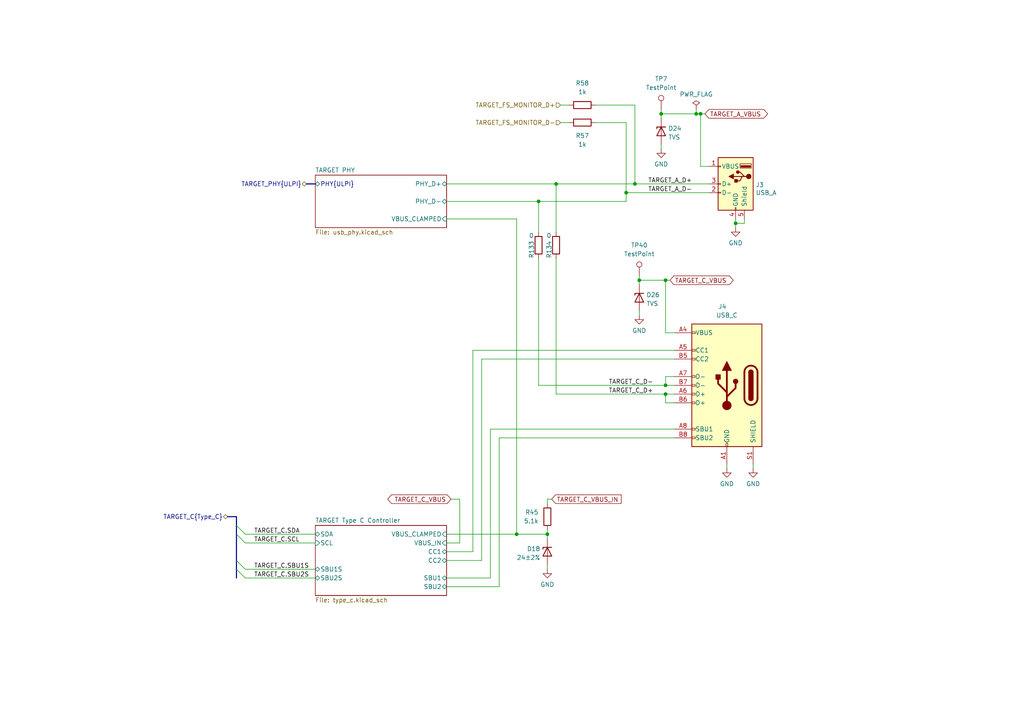
<source format=kicad_sch>
(kicad_sch
	(version 20231120)
	(generator "eeschema")
	(generator_version "8.0")
	(uuid "817e7746-4806-4849-bb5d-a339c82e50bc")
	(paper "A4")
	(title_block
		(title "${TITLE}")
		(date "${DATE}")
		(rev "${VERSION}")
		(company "${COPYRIGHT}")
		(comment 1 "${LICENSE}")
	)
	(lib_symbols
		(symbol "Connector:TestPoint"
			(pin_numbers hide)
			(pin_names
				(offset 0.762) hide)
			(exclude_from_sim no)
			(in_bom yes)
			(on_board yes)
			(property "Reference" "TP"
				(at 0 6.858 0)
				(effects
					(font
						(size 1.27 1.27)
					)
				)
			)
			(property "Value" "TestPoint"
				(at 0 5.08 0)
				(effects
					(font
						(size 1.27 1.27)
					)
				)
			)
			(property "Footprint" ""
				(at 5.08 0 0)
				(effects
					(font
						(size 1.27 1.27)
					)
					(hide yes)
				)
			)
			(property "Datasheet" "~"
				(at 5.08 0 0)
				(effects
					(font
						(size 1.27 1.27)
					)
					(hide yes)
				)
			)
			(property "Description" "test point"
				(at 0 0 0)
				(effects
					(font
						(size 1.27 1.27)
					)
					(hide yes)
				)
			)
			(property "ki_keywords" "test point tp"
				(at 0 0 0)
				(effects
					(font
						(size 1.27 1.27)
					)
					(hide yes)
				)
			)
			(property "ki_fp_filters" "Pin* Test*"
				(at 0 0 0)
				(effects
					(font
						(size 1.27 1.27)
					)
					(hide yes)
				)
			)
			(symbol "TestPoint_0_1"
				(circle
					(center 0 3.302)
					(radius 0.762)
					(stroke
						(width 0)
						(type default)
					)
					(fill
						(type none)
					)
				)
			)
			(symbol "TestPoint_1_1"
				(pin passive line
					(at 0 0 90)
					(length 2.54)
					(name "1"
						(effects
							(font
								(size 1.27 1.27)
							)
						)
					)
					(number "1"
						(effects
							(font
								(size 1.27 1.27)
							)
						)
					)
				)
			)
		)
		(symbol "Connector:USB_A"
			(pin_names
				(offset 1.016)
			)
			(exclude_from_sim no)
			(in_bom yes)
			(on_board yes)
			(property "Reference" "J"
				(at -5.08 11.43 0)
				(effects
					(font
						(size 1.27 1.27)
					)
					(justify left)
				)
			)
			(property "Value" "USB_A"
				(at -5.08 8.89 0)
				(effects
					(font
						(size 1.27 1.27)
					)
					(justify left)
				)
			)
			(property "Footprint" ""
				(at 3.81 -1.27 0)
				(effects
					(font
						(size 1.27 1.27)
					)
					(hide yes)
				)
			)
			(property "Datasheet" "~"
				(at 3.81 -1.27 0)
				(effects
					(font
						(size 1.27 1.27)
					)
					(hide yes)
				)
			)
			(property "Description" "USB Type A connector"
				(at 0 0 0)
				(effects
					(font
						(size 1.27 1.27)
					)
					(hide yes)
				)
			)
			(property "ki_keywords" "connector USB"
				(at 0 0 0)
				(effects
					(font
						(size 1.27 1.27)
					)
					(hide yes)
				)
			)
			(property "ki_fp_filters" "USB*"
				(at 0 0 0)
				(effects
					(font
						(size 1.27 1.27)
					)
					(hide yes)
				)
			)
			(symbol "USB_A_0_1"
				(rectangle
					(start -5.08 -7.62)
					(end 5.08 7.62)
					(stroke
						(width 0.254)
						(type default)
					)
					(fill
						(type background)
					)
				)
				(circle
					(center -3.81 2.159)
					(radius 0.635)
					(stroke
						(width 0.254)
						(type default)
					)
					(fill
						(type outline)
					)
				)
				(rectangle
					(start -1.524 4.826)
					(end -4.318 5.334)
					(stroke
						(width 0)
						(type default)
					)
					(fill
						(type outline)
					)
				)
				(rectangle
					(start -1.27 4.572)
					(end -4.572 5.842)
					(stroke
						(width 0)
						(type default)
					)
					(fill
						(type none)
					)
				)
				(circle
					(center -0.635 3.429)
					(radius 0.381)
					(stroke
						(width 0.254)
						(type default)
					)
					(fill
						(type outline)
					)
				)
				(rectangle
					(start -0.127 -7.62)
					(end 0.127 -6.858)
					(stroke
						(width 0)
						(type default)
					)
					(fill
						(type none)
					)
				)
				(polyline
					(pts
						(xy -3.175 2.159) (xy -2.54 2.159) (xy -1.27 3.429) (xy -0.635 3.429)
					)
					(stroke
						(width 0.254)
						(type default)
					)
					(fill
						(type none)
					)
				)
				(polyline
					(pts
						(xy -2.54 2.159) (xy -1.905 2.159) (xy -1.27 0.889) (xy 0 0.889)
					)
					(stroke
						(width 0.254)
						(type default)
					)
					(fill
						(type none)
					)
				)
				(polyline
					(pts
						(xy 0.635 2.794) (xy 0.635 1.524) (xy 1.905 2.159) (xy 0.635 2.794)
					)
					(stroke
						(width 0.254)
						(type default)
					)
					(fill
						(type outline)
					)
				)
				(rectangle
					(start 0.254 1.27)
					(end -0.508 0.508)
					(stroke
						(width 0.254)
						(type default)
					)
					(fill
						(type outline)
					)
				)
				(rectangle
					(start 5.08 -2.667)
					(end 4.318 -2.413)
					(stroke
						(width 0)
						(type default)
					)
					(fill
						(type none)
					)
				)
				(rectangle
					(start 5.08 -0.127)
					(end 4.318 0.127)
					(stroke
						(width 0)
						(type default)
					)
					(fill
						(type none)
					)
				)
				(rectangle
					(start 5.08 4.953)
					(end 4.318 5.207)
					(stroke
						(width 0)
						(type default)
					)
					(fill
						(type none)
					)
				)
			)
			(symbol "USB_A_1_1"
				(polyline
					(pts
						(xy -1.905 2.159) (xy 0.635 2.159)
					)
					(stroke
						(width 0.254)
						(type default)
					)
					(fill
						(type none)
					)
				)
				(pin power_in line
					(at 7.62 5.08 180)
					(length 2.54)
					(name "VBUS"
						(effects
							(font
								(size 1.27 1.27)
							)
						)
					)
					(number "1"
						(effects
							(font
								(size 1.27 1.27)
							)
						)
					)
				)
				(pin bidirectional line
					(at 7.62 -2.54 180)
					(length 2.54)
					(name "D-"
						(effects
							(font
								(size 1.27 1.27)
							)
						)
					)
					(number "2"
						(effects
							(font
								(size 1.27 1.27)
							)
						)
					)
				)
				(pin bidirectional line
					(at 7.62 0 180)
					(length 2.54)
					(name "D+"
						(effects
							(font
								(size 1.27 1.27)
							)
						)
					)
					(number "3"
						(effects
							(font
								(size 1.27 1.27)
							)
						)
					)
				)
				(pin power_in line
					(at 0 -10.16 90)
					(length 2.54)
					(name "GND"
						(effects
							(font
								(size 1.27 1.27)
							)
						)
					)
					(number "4"
						(effects
							(font
								(size 1.27 1.27)
							)
						)
					)
				)
				(pin passive line
					(at -2.54 -10.16 90)
					(length 2.54)
					(name "Shield"
						(effects
							(font
								(size 1.27 1.27)
							)
						)
					)
					(number "5"
						(effects
							(font
								(size 1.27 1.27)
							)
						)
					)
				)
			)
		)
		(symbol "Connector:USB_C_Receptacle_USB2.0"
			(pin_names
				(offset 1.016)
			)
			(exclude_from_sim no)
			(in_bom yes)
			(on_board yes)
			(property "Reference" "J"
				(at -10.16 19.05 0)
				(effects
					(font
						(size 1.27 1.27)
					)
					(justify left)
				)
			)
			(property "Value" "USB_C_Receptacle_USB2.0"
				(at 19.05 19.05 0)
				(effects
					(font
						(size 1.27 1.27)
					)
					(justify right)
				)
			)
			(property "Footprint" ""
				(at 3.81 0 0)
				(effects
					(font
						(size 1.27 1.27)
					)
					(hide yes)
				)
			)
			(property "Datasheet" "https://www.usb.org/sites/default/files/documents/usb_type-c.zip"
				(at 3.81 0 0)
				(effects
					(font
						(size 1.27 1.27)
					)
					(hide yes)
				)
			)
			(property "Description" "USB 2.0-only Type-C Receptacle connector"
				(at 0 0 0)
				(effects
					(font
						(size 1.27 1.27)
					)
					(hide yes)
				)
			)
			(property "ki_keywords" "usb universal serial bus type-C USB2.0"
				(at 0 0 0)
				(effects
					(font
						(size 1.27 1.27)
					)
					(hide yes)
				)
			)
			(property "ki_fp_filters" "USB*C*Receptacle*"
				(at 0 0 0)
				(effects
					(font
						(size 1.27 1.27)
					)
					(hide yes)
				)
			)
			(symbol "USB_C_Receptacle_USB2.0_0_0"
				(rectangle
					(start -0.254 -17.78)
					(end 0.254 -16.764)
					(stroke
						(width 0)
						(type default)
					)
					(fill
						(type none)
					)
				)
				(rectangle
					(start 10.16 -14.986)
					(end 9.144 -15.494)
					(stroke
						(width 0)
						(type default)
					)
					(fill
						(type none)
					)
				)
				(rectangle
					(start 10.16 -12.446)
					(end 9.144 -12.954)
					(stroke
						(width 0)
						(type default)
					)
					(fill
						(type none)
					)
				)
				(rectangle
					(start 10.16 -4.826)
					(end 9.144 -5.334)
					(stroke
						(width 0)
						(type default)
					)
					(fill
						(type none)
					)
				)
				(rectangle
					(start 10.16 -2.286)
					(end 9.144 -2.794)
					(stroke
						(width 0)
						(type default)
					)
					(fill
						(type none)
					)
				)
				(rectangle
					(start 10.16 0.254)
					(end 9.144 -0.254)
					(stroke
						(width 0)
						(type default)
					)
					(fill
						(type none)
					)
				)
				(rectangle
					(start 10.16 2.794)
					(end 9.144 2.286)
					(stroke
						(width 0)
						(type default)
					)
					(fill
						(type none)
					)
				)
				(rectangle
					(start 10.16 7.874)
					(end 9.144 7.366)
					(stroke
						(width 0)
						(type default)
					)
					(fill
						(type none)
					)
				)
				(rectangle
					(start 10.16 10.414)
					(end 9.144 9.906)
					(stroke
						(width 0)
						(type default)
					)
					(fill
						(type none)
					)
				)
				(rectangle
					(start 10.16 15.494)
					(end 9.144 14.986)
					(stroke
						(width 0)
						(type default)
					)
					(fill
						(type none)
					)
				)
			)
			(symbol "USB_C_Receptacle_USB2.0_0_1"
				(rectangle
					(start -10.16 17.78)
					(end 10.16 -17.78)
					(stroke
						(width 0.254)
						(type default)
					)
					(fill
						(type background)
					)
				)
				(arc
					(start -8.89 -3.81)
					(mid -6.985 -5.7067)
					(end -5.08 -3.81)
					(stroke
						(width 0.508)
						(type default)
					)
					(fill
						(type none)
					)
				)
				(arc
					(start -7.62 -3.81)
					(mid -6.985 -4.4423)
					(end -6.35 -3.81)
					(stroke
						(width 0.254)
						(type default)
					)
					(fill
						(type none)
					)
				)
				(arc
					(start -7.62 -3.81)
					(mid -6.985 -4.4423)
					(end -6.35 -3.81)
					(stroke
						(width 0.254)
						(type default)
					)
					(fill
						(type outline)
					)
				)
				(rectangle
					(start -7.62 -3.81)
					(end -6.35 3.81)
					(stroke
						(width 0.254)
						(type default)
					)
					(fill
						(type outline)
					)
				)
				(arc
					(start -6.35 3.81)
					(mid -6.985 4.4423)
					(end -7.62 3.81)
					(stroke
						(width 0.254)
						(type default)
					)
					(fill
						(type none)
					)
				)
				(arc
					(start -6.35 3.81)
					(mid -6.985 4.4423)
					(end -7.62 3.81)
					(stroke
						(width 0.254)
						(type default)
					)
					(fill
						(type outline)
					)
				)
				(arc
					(start -5.08 3.81)
					(mid -6.985 5.7067)
					(end -8.89 3.81)
					(stroke
						(width 0.508)
						(type default)
					)
					(fill
						(type none)
					)
				)
				(circle
					(center -2.54 1.143)
					(radius 0.635)
					(stroke
						(width 0.254)
						(type default)
					)
					(fill
						(type outline)
					)
				)
				(circle
					(center 0 -5.842)
					(radius 1.27)
					(stroke
						(width 0)
						(type default)
					)
					(fill
						(type outline)
					)
				)
				(polyline
					(pts
						(xy -8.89 -3.81) (xy -8.89 3.81)
					)
					(stroke
						(width 0.508)
						(type default)
					)
					(fill
						(type none)
					)
				)
				(polyline
					(pts
						(xy -5.08 3.81) (xy -5.08 -3.81)
					)
					(stroke
						(width 0.508)
						(type default)
					)
					(fill
						(type none)
					)
				)
				(polyline
					(pts
						(xy 0 -5.842) (xy 0 4.318)
					)
					(stroke
						(width 0.508)
						(type default)
					)
					(fill
						(type none)
					)
				)
				(polyline
					(pts
						(xy 0 -3.302) (xy -2.54 -0.762) (xy -2.54 0.508)
					)
					(stroke
						(width 0.508)
						(type default)
					)
					(fill
						(type none)
					)
				)
				(polyline
					(pts
						(xy 0 -2.032) (xy 2.54 0.508) (xy 2.54 1.778)
					)
					(stroke
						(width 0.508)
						(type default)
					)
					(fill
						(type none)
					)
				)
				(polyline
					(pts
						(xy -1.27 4.318) (xy 0 6.858) (xy 1.27 4.318) (xy -1.27 4.318)
					)
					(stroke
						(width 0.254)
						(type default)
					)
					(fill
						(type outline)
					)
				)
				(rectangle
					(start 1.905 1.778)
					(end 3.175 3.048)
					(stroke
						(width 0.254)
						(type default)
					)
					(fill
						(type outline)
					)
				)
			)
			(symbol "USB_C_Receptacle_USB2.0_1_1"
				(pin passive line
					(at 0 -22.86 90)
					(length 5.08)
					(name "GND"
						(effects
							(font
								(size 1.27 1.27)
							)
						)
					)
					(number "A1"
						(effects
							(font
								(size 1.27 1.27)
							)
						)
					)
				)
				(pin passive line
					(at 0 -22.86 90)
					(length 5.08) hide
					(name "GND"
						(effects
							(font
								(size 1.27 1.27)
							)
						)
					)
					(number "A12"
						(effects
							(font
								(size 1.27 1.27)
							)
						)
					)
				)
				(pin passive line
					(at 15.24 15.24 180)
					(length 5.08)
					(name "VBUS"
						(effects
							(font
								(size 1.27 1.27)
							)
						)
					)
					(number "A4"
						(effects
							(font
								(size 1.27 1.27)
							)
						)
					)
				)
				(pin bidirectional line
					(at 15.24 10.16 180)
					(length 5.08)
					(name "CC1"
						(effects
							(font
								(size 1.27 1.27)
							)
						)
					)
					(number "A5"
						(effects
							(font
								(size 1.27 1.27)
							)
						)
					)
				)
				(pin bidirectional line
					(at 15.24 -2.54 180)
					(length 5.08)
					(name "D+"
						(effects
							(font
								(size 1.27 1.27)
							)
						)
					)
					(number "A6"
						(effects
							(font
								(size 1.27 1.27)
							)
						)
					)
				)
				(pin bidirectional line
					(at 15.24 2.54 180)
					(length 5.08)
					(name "D-"
						(effects
							(font
								(size 1.27 1.27)
							)
						)
					)
					(number "A7"
						(effects
							(font
								(size 1.27 1.27)
							)
						)
					)
				)
				(pin bidirectional line
					(at 15.24 -12.7 180)
					(length 5.08)
					(name "SBU1"
						(effects
							(font
								(size 1.27 1.27)
							)
						)
					)
					(number "A8"
						(effects
							(font
								(size 1.27 1.27)
							)
						)
					)
				)
				(pin passive line
					(at 15.24 15.24 180)
					(length 5.08) hide
					(name "VBUS"
						(effects
							(font
								(size 1.27 1.27)
							)
						)
					)
					(number "A9"
						(effects
							(font
								(size 1.27 1.27)
							)
						)
					)
				)
				(pin passive line
					(at 0 -22.86 90)
					(length 5.08) hide
					(name "GND"
						(effects
							(font
								(size 1.27 1.27)
							)
						)
					)
					(number "B1"
						(effects
							(font
								(size 1.27 1.27)
							)
						)
					)
				)
				(pin passive line
					(at 0 -22.86 90)
					(length 5.08) hide
					(name "GND"
						(effects
							(font
								(size 1.27 1.27)
							)
						)
					)
					(number "B12"
						(effects
							(font
								(size 1.27 1.27)
							)
						)
					)
				)
				(pin passive line
					(at 15.24 15.24 180)
					(length 5.08) hide
					(name "VBUS"
						(effects
							(font
								(size 1.27 1.27)
							)
						)
					)
					(number "B4"
						(effects
							(font
								(size 1.27 1.27)
							)
						)
					)
				)
				(pin bidirectional line
					(at 15.24 7.62 180)
					(length 5.08)
					(name "CC2"
						(effects
							(font
								(size 1.27 1.27)
							)
						)
					)
					(number "B5"
						(effects
							(font
								(size 1.27 1.27)
							)
						)
					)
				)
				(pin bidirectional line
					(at 15.24 -5.08 180)
					(length 5.08)
					(name "D+"
						(effects
							(font
								(size 1.27 1.27)
							)
						)
					)
					(number "B6"
						(effects
							(font
								(size 1.27 1.27)
							)
						)
					)
				)
				(pin bidirectional line
					(at 15.24 0 180)
					(length 5.08)
					(name "D-"
						(effects
							(font
								(size 1.27 1.27)
							)
						)
					)
					(number "B7"
						(effects
							(font
								(size 1.27 1.27)
							)
						)
					)
				)
				(pin bidirectional line
					(at 15.24 -15.24 180)
					(length 5.08)
					(name "SBU2"
						(effects
							(font
								(size 1.27 1.27)
							)
						)
					)
					(number "B8"
						(effects
							(font
								(size 1.27 1.27)
							)
						)
					)
				)
				(pin passive line
					(at 15.24 15.24 180)
					(length 5.08) hide
					(name "VBUS"
						(effects
							(font
								(size 1.27 1.27)
							)
						)
					)
					(number "B9"
						(effects
							(font
								(size 1.27 1.27)
							)
						)
					)
				)
				(pin passive line
					(at -7.62 -22.86 90)
					(length 5.08)
					(name "SHIELD"
						(effects
							(font
								(size 1.27 1.27)
							)
						)
					)
					(number "S1"
						(effects
							(font
								(size 1.27 1.27)
							)
						)
					)
				)
			)
		)
		(symbol "Device:D_Zener"
			(pin_numbers hide)
			(pin_names
				(offset 1.016) hide)
			(exclude_from_sim no)
			(in_bom yes)
			(on_board yes)
			(property "Reference" "D"
				(at 0 2.54 0)
				(effects
					(font
						(size 1.27 1.27)
					)
				)
			)
			(property "Value" "D_Zener"
				(at 0 -2.54 0)
				(effects
					(font
						(size 1.27 1.27)
					)
				)
			)
			(property "Footprint" ""
				(at 0 0 0)
				(effects
					(font
						(size 1.27 1.27)
					)
					(hide yes)
				)
			)
			(property "Datasheet" "~"
				(at 0 0 0)
				(effects
					(font
						(size 1.27 1.27)
					)
					(hide yes)
				)
			)
			(property "Description" "Zener diode"
				(at 0 0 0)
				(effects
					(font
						(size 1.27 1.27)
					)
					(hide yes)
				)
			)
			(property "ki_keywords" "diode"
				(at 0 0 0)
				(effects
					(font
						(size 1.27 1.27)
					)
					(hide yes)
				)
			)
			(property "ki_fp_filters" "TO-???* *_Diode_* *SingleDiode* D_*"
				(at 0 0 0)
				(effects
					(font
						(size 1.27 1.27)
					)
					(hide yes)
				)
			)
			(symbol "D_Zener_0_1"
				(polyline
					(pts
						(xy 1.27 0) (xy -1.27 0)
					)
					(stroke
						(width 0)
						(type default)
					)
					(fill
						(type none)
					)
				)
				(polyline
					(pts
						(xy -1.27 -1.27) (xy -1.27 1.27) (xy -0.762 1.27)
					)
					(stroke
						(width 0.254)
						(type default)
					)
					(fill
						(type none)
					)
				)
				(polyline
					(pts
						(xy 1.27 -1.27) (xy 1.27 1.27) (xy -1.27 0) (xy 1.27 -1.27)
					)
					(stroke
						(width 0.254)
						(type default)
					)
					(fill
						(type none)
					)
				)
			)
			(symbol "D_Zener_1_1"
				(pin passive line
					(at -3.81 0 0)
					(length 2.54)
					(name "K"
						(effects
							(font
								(size 1.27 1.27)
							)
						)
					)
					(number "1"
						(effects
							(font
								(size 1.27 1.27)
							)
						)
					)
				)
				(pin passive line
					(at 3.81 0 180)
					(length 2.54)
					(name "A"
						(effects
							(font
								(size 1.27 1.27)
							)
						)
					)
					(number "2"
						(effects
							(font
								(size 1.27 1.27)
							)
						)
					)
				)
			)
		)
		(symbol "Device:R"
			(pin_numbers hide)
			(pin_names
				(offset 0)
			)
			(exclude_from_sim no)
			(in_bom yes)
			(on_board yes)
			(property "Reference" "R"
				(at 2.032 0 90)
				(effects
					(font
						(size 1.27 1.27)
					)
				)
			)
			(property "Value" "R"
				(at 0 0 90)
				(effects
					(font
						(size 1.27 1.27)
					)
				)
			)
			(property "Footprint" ""
				(at -1.778 0 90)
				(effects
					(font
						(size 1.27 1.27)
					)
					(hide yes)
				)
			)
			(property "Datasheet" "~"
				(at 0 0 0)
				(effects
					(font
						(size 1.27 1.27)
					)
					(hide yes)
				)
			)
			(property "Description" "Resistor"
				(at 0 0 0)
				(effects
					(font
						(size 1.27 1.27)
					)
					(hide yes)
				)
			)
			(property "ki_keywords" "R res resistor"
				(at 0 0 0)
				(effects
					(font
						(size 1.27 1.27)
					)
					(hide yes)
				)
			)
			(property "ki_fp_filters" "R_*"
				(at 0 0 0)
				(effects
					(font
						(size 1.27 1.27)
					)
					(hide yes)
				)
			)
			(symbol "R_0_1"
				(rectangle
					(start -1.016 -2.54)
					(end 1.016 2.54)
					(stroke
						(width 0.254)
						(type default)
					)
					(fill
						(type none)
					)
				)
			)
			(symbol "R_1_1"
				(pin passive line
					(at 0 3.81 270)
					(length 1.27)
					(name "~"
						(effects
							(font
								(size 1.27 1.27)
							)
						)
					)
					(number "1"
						(effects
							(font
								(size 1.27 1.27)
							)
						)
					)
				)
				(pin passive line
					(at 0 -3.81 90)
					(length 1.27)
					(name "~"
						(effects
							(font
								(size 1.27 1.27)
							)
						)
					)
					(number "2"
						(effects
							(font
								(size 1.27 1.27)
							)
						)
					)
				)
			)
		)
		(symbol "power:GND"
			(power)
			(pin_numbers hide)
			(pin_names
				(offset 0) hide)
			(exclude_from_sim no)
			(in_bom yes)
			(on_board yes)
			(property "Reference" "#PWR"
				(at 0 -6.35 0)
				(effects
					(font
						(size 1.27 1.27)
					)
					(hide yes)
				)
			)
			(property "Value" "GND"
				(at 0 -3.81 0)
				(effects
					(font
						(size 1.27 1.27)
					)
				)
			)
			(property "Footprint" ""
				(at 0 0 0)
				(effects
					(font
						(size 1.27 1.27)
					)
					(hide yes)
				)
			)
			(property "Datasheet" ""
				(at 0 0 0)
				(effects
					(font
						(size 1.27 1.27)
					)
					(hide yes)
				)
			)
			(property "Description" "Power symbol creates a global label with name \"GND\" , ground"
				(at 0 0 0)
				(effects
					(font
						(size 1.27 1.27)
					)
					(hide yes)
				)
			)
			(property "ki_keywords" "global power"
				(at 0 0 0)
				(effects
					(font
						(size 1.27 1.27)
					)
					(hide yes)
				)
			)
			(symbol "GND_0_1"
				(polyline
					(pts
						(xy 0 0) (xy 0 -1.27) (xy 1.27 -1.27) (xy 0 -2.54) (xy -1.27 -1.27) (xy 0 -1.27)
					)
					(stroke
						(width 0)
						(type default)
					)
					(fill
						(type none)
					)
				)
			)
			(symbol "GND_1_1"
				(pin power_in line
					(at 0 0 270)
					(length 0)
					(name "~"
						(effects
							(font
								(size 1.27 1.27)
							)
						)
					)
					(number "1"
						(effects
							(font
								(size 1.27 1.27)
							)
						)
					)
				)
			)
		)
		(symbol "power:PWR_FLAG"
			(power)
			(pin_numbers hide)
			(pin_names
				(offset 0) hide)
			(exclude_from_sim no)
			(in_bom yes)
			(on_board yes)
			(property "Reference" "#FLG"
				(at 0 1.905 0)
				(effects
					(font
						(size 1.27 1.27)
					)
					(hide yes)
				)
			)
			(property "Value" "PWR_FLAG"
				(at 0 3.81 0)
				(effects
					(font
						(size 1.27 1.27)
					)
				)
			)
			(property "Footprint" ""
				(at 0 0 0)
				(effects
					(font
						(size 1.27 1.27)
					)
					(hide yes)
				)
			)
			(property "Datasheet" "~"
				(at 0 0 0)
				(effects
					(font
						(size 1.27 1.27)
					)
					(hide yes)
				)
			)
			(property "Description" "Special symbol for telling ERC where power comes from"
				(at 0 0 0)
				(effects
					(font
						(size 1.27 1.27)
					)
					(hide yes)
				)
			)
			(property "ki_keywords" "flag power"
				(at 0 0 0)
				(effects
					(font
						(size 1.27 1.27)
					)
					(hide yes)
				)
			)
			(symbol "PWR_FLAG_0_0"
				(pin power_out line
					(at 0 0 90)
					(length 0)
					(name "~"
						(effects
							(font
								(size 1.27 1.27)
							)
						)
					)
					(number "1"
						(effects
							(font
								(size 1.27 1.27)
							)
						)
					)
				)
			)
			(symbol "PWR_FLAG_0_1"
				(polyline
					(pts
						(xy 0 0) (xy 0 1.27) (xy -1.016 1.905) (xy 0 2.54) (xy 1.016 1.905) (xy 0 1.27)
					)
					(stroke
						(width 0)
						(type default)
					)
					(fill
						(type none)
					)
				)
			)
		)
	)
	(junction
		(at 193.04 114.3)
		(diameter 0)
		(color 0 0 0 0)
		(uuid "1eb53194-731e-47f2-ac1e-24210dfab249")
	)
	(junction
		(at 158.75 154.94)
		(diameter 0)
		(color 0 0 0 0)
		(uuid "29d4ab9d-f63d-443c-8e9a-cbc444dba043")
	)
	(junction
		(at 191.77 33.02)
		(diameter 0)
		(color 0 0 0 0)
		(uuid "2f4a0d41-1c5d-4750-aa04-da8ec721076e")
	)
	(junction
		(at 193.04 111.76)
		(diameter 0)
		(color 0 0 0 0)
		(uuid "335fd35b-c5b5-47c4-8eb9-d6d87fb6077f")
	)
	(junction
		(at 156.21 58.42)
		(diameter 0)
		(color 0 0 0 0)
		(uuid "33faf9c0-929f-4728-95de-35f051aad42d")
	)
	(junction
		(at 161.29 53.34)
		(diameter 0)
		(color 0 0 0 0)
		(uuid "36c94c37-e43b-4d19-bdee-fc96e45fa2f1")
	)
	(junction
		(at 185.42 81.28)
		(diameter 0)
		(color 0 0 0 0)
		(uuid "458fa79e-5ee4-4f98-a3cf-a65b27c40c9d")
	)
	(junction
		(at 181.61 55.88)
		(diameter 0)
		(color 0 0 0 0)
		(uuid "47d67960-9cd5-4091-b301-660fb713fa8b")
	)
	(junction
		(at 184.15 53.34)
		(diameter 0)
		(color 0 0 0 0)
		(uuid "7374833e-b820-45b2-998e-31b309925642")
	)
	(junction
		(at 193.04 81.28)
		(diameter 0)
		(color 0 0 0 0)
		(uuid "86c37955-c372-4950-9451-a286f6339b9a")
	)
	(junction
		(at 203.2 33.02)
		(diameter 0)
		(color 0 0 0 0)
		(uuid "98ae5f96-e0d6-4fc2-80e1-aee9dfb30771")
	)
	(junction
		(at 201.93 33.02)
		(diameter 0)
		(color 0 0 0 0)
		(uuid "bfb6abb8-c742-4810-baa7-ac665060127f")
	)
	(junction
		(at 213.36 64.77)
		(diameter 0)
		(color 0 0 0 0)
		(uuid "d11d936e-a99b-4b53-8f2a-b587d5cc4053")
	)
	(junction
		(at 149.86 154.94)
		(diameter 0)
		(color 0 0 0 0)
		(uuid "f61917b6-38b2-4606-b836-34478723e39b")
	)
	(bus_entry
		(at 68.58 162.56)
		(size 2.54 2.54)
		(stroke
			(width 0)
			(type default)
		)
		(uuid "3068a3bf-753d-4246-9a7a-cbd55cb6b71e")
	)
	(bus_entry
		(at 68.58 152.4)
		(size 2.54 2.54)
		(stroke
			(width 0)
			(type default)
		)
		(uuid "651d3e39-0aa4-447f-aa4f-a265e3d60b05")
	)
	(bus_entry
		(at 68.58 154.94)
		(size 2.54 2.54)
		(stroke
			(width 0)
			(type default)
		)
		(uuid "9a162486-1cfc-42ef-b531-f70912dfdba3")
	)
	(bus_entry
		(at 68.58 165.1)
		(size 2.54 2.54)
		(stroke
			(width 0)
			(type default)
		)
		(uuid "d40283a1-b0cd-4ca2-9ffc-38769c728c62")
	)
	(wire
		(pts
			(xy 71.12 167.64) (xy 91.44 167.64)
		)
		(stroke
			(width 0)
			(type default)
		)
		(uuid "0536d9cd-ef08-4995-ace9-121d1d374433")
	)
	(wire
		(pts
			(xy 201.93 31.75) (xy 201.93 33.02)
		)
		(stroke
			(width 0)
			(type default)
		)
		(uuid "0da34ca0-aa48-47fb-b038-28386c3dcde6")
	)
	(wire
		(pts
			(xy 129.54 53.34) (xy 161.29 53.34)
		)
		(stroke
			(width 0)
			(type default)
		)
		(uuid "0f795ee4-3fdb-41f5-bff3-c855a35053f9")
	)
	(wire
		(pts
			(xy 181.61 58.42) (xy 181.61 55.88)
		)
		(stroke
			(width 0)
			(type default)
		)
		(uuid "12109f62-f6b6-44ec-802b-08efe67079f0")
	)
	(wire
		(pts
			(xy 193.04 81.28) (xy 194.31 81.28)
		)
		(stroke
			(width 0)
			(type default)
		)
		(uuid "1b7c2b5e-a59e-4bf8-ad4a-7f1f7d6f428e")
	)
	(wire
		(pts
			(xy 195.58 124.46) (xy 142.24 124.46)
		)
		(stroke
			(width 0)
			(type default)
		)
		(uuid "22ac3165-c24b-4d50-be49-6e91cd7f344f")
	)
	(wire
		(pts
			(xy 184.15 53.34) (xy 205.74 53.34)
		)
		(stroke
			(width 0)
			(type default)
		)
		(uuid "25c5a1c4-2349-428b-8af7-bc47df0553e1")
	)
	(wire
		(pts
			(xy 91.44 165.1) (xy 71.12 165.1)
		)
		(stroke
			(width 0)
			(type default)
		)
		(uuid "27dc9856-0580-4d3a-9d32-17586a90e403")
	)
	(wire
		(pts
			(xy 139.7 162.56) (xy 139.7 104.14)
		)
		(stroke
			(width 0)
			(type default)
		)
		(uuid "2866ec76-1cca-447e-ba0c-4317ab169b85")
	)
	(wire
		(pts
			(xy 165.1 30.48) (xy 162.56 30.48)
		)
		(stroke
			(width 0)
			(type default)
		)
		(uuid "291aeb4f-c826-4f39-a7e4-77cc7a9a97c9")
	)
	(bus
		(pts
			(xy 68.58 165.1) (xy 68.58 167.64)
		)
		(stroke
			(width 0)
			(type default)
		)
		(uuid "2c25fc69-522f-446d-9a52-f9061e6b554c")
	)
	(wire
		(pts
			(xy 149.86 63.5) (xy 149.86 154.94)
		)
		(stroke
			(width 0)
			(type default)
		)
		(uuid "304ffdd2-0a88-4546-a32b-58397e97a555")
	)
	(wire
		(pts
			(xy 193.04 114.3) (xy 193.04 116.84)
		)
		(stroke
			(width 0)
			(type default)
		)
		(uuid "3a991b01-1597-4926-a229-ba9aa37049d7")
	)
	(wire
		(pts
			(xy 195.58 96.52) (xy 193.04 96.52)
		)
		(stroke
			(width 0)
			(type default)
		)
		(uuid "3b39a823-661d-4363-bf77-a3e48b5c20b7")
	)
	(bus
		(pts
			(xy 68.58 152.4) (xy 68.58 154.94)
		)
		(stroke
			(width 0)
			(type default)
		)
		(uuid "3b869663-0f31-4fcc-8138-71dba412ac63")
	)
	(wire
		(pts
			(xy 129.54 167.64) (xy 142.24 167.64)
		)
		(stroke
			(width 0)
			(type default)
		)
		(uuid "3f099980-69bf-4c2c-9ebd-5d5929882665")
	)
	(wire
		(pts
			(xy 210.82 134.62) (xy 210.82 135.89)
		)
		(stroke
			(width 0)
			(type default)
		)
		(uuid "3fae8469-16ca-4c81-a198-35f02f4424eb")
	)
	(wire
		(pts
			(xy 156.21 58.42) (xy 181.61 58.42)
		)
		(stroke
			(width 0)
			(type default)
		)
		(uuid "3ffdce67-3ccf-461a-9496-e146a7c12655")
	)
	(wire
		(pts
			(xy 158.75 153.67) (xy 158.75 154.94)
		)
		(stroke
			(width 0)
			(type default)
		)
		(uuid "41a52084-bcc8-4c76-888f-0857a9c7fef4")
	)
	(wire
		(pts
			(xy 91.44 157.48) (xy 71.12 157.48)
		)
		(stroke
			(width 0)
			(type default)
		)
		(uuid "4269f68f-aed4-4da5-9049-e76664ca805e")
	)
	(wire
		(pts
			(xy 185.42 81.28) (xy 193.04 81.28)
		)
		(stroke
			(width 0)
			(type default)
		)
		(uuid "452b9dc7-cba1-4427-a945-7f6dd38b4990")
	)
	(wire
		(pts
			(xy 137.16 101.6) (xy 137.16 160.02)
		)
		(stroke
			(width 0)
			(type default)
		)
		(uuid "4c893ecd-758f-45ef-8f62-fbc7d519974b")
	)
	(bus
		(pts
			(xy 66.04 149.86) (xy 68.58 149.86)
		)
		(stroke
			(width 0)
			(type default)
		)
		(uuid "54328c83-7b58-4a07-8229-ab4dbe4895ba")
	)
	(wire
		(pts
			(xy 203.2 48.26) (xy 205.74 48.26)
		)
		(stroke
			(width 0)
			(type default)
		)
		(uuid "5fc29633-21ab-48db-843d-8ac6706f63b3")
	)
	(wire
		(pts
			(xy 201.93 33.02) (xy 191.77 33.02)
		)
		(stroke
			(width 0)
			(type default)
		)
		(uuid "65280d63-c88a-4414-897f-4ac2a5a17c55")
	)
	(wire
		(pts
			(xy 158.75 154.94) (xy 158.75 156.21)
		)
		(stroke
			(width 0)
			(type default)
		)
		(uuid "673559d5-f9de-40d5-b415-0695e0f8c92c")
	)
	(wire
		(pts
			(xy 139.7 162.56) (xy 129.54 162.56)
		)
		(stroke
			(width 0)
			(type default)
		)
		(uuid "6a3c7c1f-381e-401b-9b98-dd5cc61f6d66")
	)
	(wire
		(pts
			(xy 181.61 55.88) (xy 181.61 35.56)
		)
		(stroke
			(width 0)
			(type default)
		)
		(uuid "6ea8f72b-42b3-4d93-98d7-676f621bd107")
	)
	(wire
		(pts
			(xy 185.42 81.28) (xy 185.42 82.55)
		)
		(stroke
			(width 0)
			(type default)
		)
		(uuid "6ef8efcf-6b30-4052-bdcb-4fc4c0239799")
	)
	(wire
		(pts
			(xy 193.04 116.84) (xy 195.58 116.84)
		)
		(stroke
			(width 0)
			(type default)
		)
		(uuid "7267b034-69a5-43ce-8ab7-4acbe3e8146d")
	)
	(wire
		(pts
			(xy 215.9 64.77) (xy 215.9 63.5)
		)
		(stroke
			(width 0)
			(type default)
		)
		(uuid "743571ac-aa01-4682-ba1b-c11629e59e9e")
	)
	(wire
		(pts
			(xy 181.61 35.56) (xy 172.72 35.56)
		)
		(stroke
			(width 0)
			(type default)
		)
		(uuid "77a71daf-26b9-4de9-b5ef-ba82360d481d")
	)
	(wire
		(pts
			(xy 213.36 64.77) (xy 215.9 64.77)
		)
		(stroke
			(width 0)
			(type default)
		)
		(uuid "7b7056d0-18f1-4255-86a3-44a437f260c0")
	)
	(wire
		(pts
			(xy 191.77 31.75) (xy 191.77 33.02)
		)
		(stroke
			(width 0)
			(type default)
		)
		(uuid "7cb87edb-35cc-425e-9a0a-bb91e755507d")
	)
	(wire
		(pts
			(xy 158.75 144.78) (xy 160.02 144.78)
		)
		(stroke
			(width 0)
			(type default)
		)
		(uuid "7d845812-5953-4e48-91d8-e87cc30bfacb")
	)
	(wire
		(pts
			(xy 161.29 53.34) (xy 184.15 53.34)
		)
		(stroke
			(width 0)
			(type default)
		)
		(uuid "7ea9f86a-11ab-4f35-bfed-01e852f7c70c")
	)
	(wire
		(pts
			(xy 193.04 111.76) (xy 193.04 109.22)
		)
		(stroke
			(width 0)
			(type default)
		)
		(uuid "814ff9b8-5475-499a-9f36-1f6fd42084fe")
	)
	(bus
		(pts
			(xy 68.58 154.94) (xy 68.58 162.56)
		)
		(stroke
			(width 0)
			(type default)
		)
		(uuid "84440a09-70e3-4308-8be0-12409cab690e")
	)
	(wire
		(pts
			(xy 218.44 134.62) (xy 218.44 135.89)
		)
		(stroke
			(width 0)
			(type default)
		)
		(uuid "8992c89a-b785-4532-b100-b40d76bcea8e")
	)
	(wire
		(pts
			(xy 193.04 109.22) (xy 195.58 109.22)
		)
		(stroke
			(width 0)
			(type default)
		)
		(uuid "8deabcf8-e17d-4fc3-802d-535b17ea92f9")
	)
	(wire
		(pts
			(xy 158.75 163.83) (xy 158.75 165.1)
		)
		(stroke
			(width 0)
			(type default)
		)
		(uuid "8e328180-c076-4a8c-b94b-ce62ce7329c9")
	)
	(wire
		(pts
			(xy 191.77 33.02) (xy 191.77 34.29)
		)
		(stroke
			(width 0)
			(type default)
		)
		(uuid "94875bb8-63ab-469e-b825-c7fc9f53fc33")
	)
	(wire
		(pts
			(xy 142.24 167.64) (xy 142.24 124.46)
		)
		(stroke
			(width 0)
			(type default)
		)
		(uuid "97cb11fd-4b07-4581-bea6-53a8a0e1132f")
	)
	(wire
		(pts
			(xy 130.81 144.78) (xy 133.35 144.78)
		)
		(stroke
			(width 0)
			(type default)
		)
		(uuid "9fe34e5b-0ddb-4cf5-a175-f52d461138c5")
	)
	(wire
		(pts
			(xy 213.36 64.77) (xy 213.36 66.04)
		)
		(stroke
			(width 0)
			(type default)
		)
		(uuid "a021927a-69f3-4709-8de0-79356547fe44")
	)
	(wire
		(pts
			(xy 144.78 170.18) (xy 129.54 170.18)
		)
		(stroke
			(width 0)
			(type default)
		)
		(uuid "a27a1f70-f40a-4537-8d0c-bcfb608abd83")
	)
	(wire
		(pts
			(xy 133.35 157.48) (xy 133.35 144.78)
		)
		(stroke
			(width 0)
			(type default)
		)
		(uuid "a7661ffe-3c22-44b1-a070-e064c91cd60f")
	)
	(wire
		(pts
			(xy 156.21 111.76) (xy 193.04 111.76)
		)
		(stroke
			(width 0)
			(type default)
		)
		(uuid "ac9a164b-075d-404d-ba55-2eab5cd2701a")
	)
	(wire
		(pts
			(xy 129.54 160.02) (xy 137.16 160.02)
		)
		(stroke
			(width 0)
			(type default)
		)
		(uuid "aeac66c5-ef1a-4fc1-af99-c25d6900d4b8")
	)
	(wire
		(pts
			(xy 193.04 96.52) (xy 193.04 81.28)
		)
		(stroke
			(width 0)
			(type default)
		)
		(uuid "b07332a1-f5c2-4b5f-8108-6ac1be0ea2f4")
	)
	(wire
		(pts
			(xy 185.42 91.44) (xy 185.42 90.17)
		)
		(stroke
			(width 0)
			(type default)
		)
		(uuid "b2b3154c-41a5-4ba1-92cd-7f3513fd9521")
	)
	(bus
		(pts
			(xy 68.58 162.56) (xy 68.58 165.1)
		)
		(stroke
			(width 0)
			(type default)
		)
		(uuid "b44fb046-8f62-431c-b91f-f19a7fd88d10")
	)
	(wire
		(pts
			(xy 144.78 127) (xy 195.58 127)
		)
		(stroke
			(width 0)
			(type default)
		)
		(uuid "b540ea10-770c-4303-9784-3a6c481b0ca7")
	)
	(wire
		(pts
			(xy 193.04 114.3) (xy 161.29 114.3)
		)
		(stroke
			(width 0)
			(type default)
		)
		(uuid "b54b6dff-e3a9-49d9-8368-7d3d8620bba1")
	)
	(bus
		(pts
			(xy 68.58 149.86) (xy 68.58 152.4)
		)
		(stroke
			(width 0)
			(type default)
		)
		(uuid "b68dbccc-4316-4ab2-9f49-1770cdc5c911")
	)
	(wire
		(pts
			(xy 191.77 43.18) (xy 191.77 41.91)
		)
		(stroke
			(width 0)
			(type default)
		)
		(uuid "bc242cef-2a69-4b50-a676-e96d616c6d74")
	)
	(wire
		(pts
			(xy 195.58 111.76) (xy 193.04 111.76)
		)
		(stroke
			(width 0)
			(type default)
		)
		(uuid "c1a2a539-a3c9-44fb-80dc-d08dfde8a2f6")
	)
	(wire
		(pts
			(xy 184.15 53.34) (xy 184.15 30.48)
		)
		(stroke
			(width 0)
			(type default)
		)
		(uuid "c5912c03-e466-4f7b-9a62-1cbf1f56526c")
	)
	(wire
		(pts
			(xy 139.7 104.14) (xy 195.58 104.14)
		)
		(stroke
			(width 0)
			(type default)
		)
		(uuid "c62ef290-a55a-4768-acc4-164bf3817dd3")
	)
	(wire
		(pts
			(xy 156.21 67.31) (xy 156.21 58.42)
		)
		(stroke
			(width 0)
			(type default)
		)
		(uuid "d0f69e97-9ed4-48b9-a7ed-63391eba2a5b")
	)
	(wire
		(pts
			(xy 156.21 74.93) (xy 156.21 111.76)
		)
		(stroke
			(width 0)
			(type default)
		)
		(uuid "d30f3c6b-2251-4b52-b07c-cc4232ce06da")
	)
	(wire
		(pts
			(xy 203.2 33.02) (xy 203.2 48.26)
		)
		(stroke
			(width 0)
			(type default)
		)
		(uuid "d50ca189-1f77-4e66-9f3e-9635a438b085")
	)
	(wire
		(pts
			(xy 71.12 154.94) (xy 91.44 154.94)
		)
		(stroke
			(width 0)
			(type default)
		)
		(uuid "d9d2988c-6e35-4609-bfb4-76907872bca7")
	)
	(wire
		(pts
			(xy 149.86 154.94) (xy 129.54 154.94)
		)
		(stroke
			(width 0)
			(type default)
		)
		(uuid "da6c8306-e4f7-4768-a305-626525eab40b")
	)
	(wire
		(pts
			(xy 213.36 63.5) (xy 213.36 64.77)
		)
		(stroke
			(width 0)
			(type default)
		)
		(uuid "dc82e53a-724b-44f7-9dee-57ad0ee84358")
	)
	(wire
		(pts
			(xy 161.29 74.93) (xy 161.29 114.3)
		)
		(stroke
			(width 0)
			(type default)
		)
		(uuid "dd09d2b0-2d41-40ec-acdc-1cd731b83acd")
	)
	(wire
		(pts
			(xy 195.58 101.6) (xy 137.16 101.6)
		)
		(stroke
			(width 0)
			(type default)
		)
		(uuid "df66dba2-212a-4d68-bf7a-f4dedc36ffa1")
	)
	(wire
		(pts
			(xy 203.2 33.02) (xy 204.47 33.02)
		)
		(stroke
			(width 0)
			(type default)
		)
		(uuid "e19c4fbf-08ce-40f5-8cd7-a2e4fa78f534")
	)
	(bus
		(pts
			(xy 88.9 53.34) (xy 91.44 53.34)
		)
		(stroke
			(width 0)
			(type default)
		)
		(uuid "e545e8a1-b3b9-4e93-b63e-a5f184130f24")
	)
	(wire
		(pts
			(xy 129.54 58.42) (xy 156.21 58.42)
		)
		(stroke
			(width 0)
			(type default)
		)
		(uuid "e6bef9ea-decd-4010-9818-0159864bfdba")
	)
	(wire
		(pts
			(xy 203.2 33.02) (xy 201.93 33.02)
		)
		(stroke
			(width 0)
			(type default)
		)
		(uuid "eb19f27f-fb43-45d6-bbca-41af60063633")
	)
	(wire
		(pts
			(xy 144.78 170.18) (xy 144.78 127)
		)
		(stroke
			(width 0)
			(type default)
		)
		(uuid "ecc6f716-3ad7-4487-aff9-4b1e78da7c57")
	)
	(wire
		(pts
			(xy 195.58 114.3) (xy 193.04 114.3)
		)
		(stroke
			(width 0)
			(type default)
		)
		(uuid "ef624ef8-f7b6-4843-86f1-477499de4a5b")
	)
	(wire
		(pts
			(xy 181.61 55.88) (xy 205.74 55.88)
		)
		(stroke
			(width 0)
			(type default)
		)
		(uuid "eff08e44-fb47-4c7f-a83a-a52ea6e2d29b")
	)
	(wire
		(pts
			(xy 129.54 157.48) (xy 133.35 157.48)
		)
		(stroke
			(width 0)
			(type default)
		)
		(uuid "f33f8868-c26c-40c7-b5bf-86cf070a2c64")
	)
	(wire
		(pts
			(xy 158.75 146.05) (xy 158.75 144.78)
		)
		(stroke
			(width 0)
			(type default)
		)
		(uuid "f4566121-be39-4af2-8bb3-fb384a8d75aa")
	)
	(wire
		(pts
			(xy 184.15 30.48) (xy 172.72 30.48)
		)
		(stroke
			(width 0)
			(type default)
		)
		(uuid "f7f7b6ef-4038-4999-99c2-0fb3cc22edb1")
	)
	(wire
		(pts
			(xy 165.1 35.56) (xy 162.56 35.56)
		)
		(stroke
			(width 0)
			(type default)
		)
		(uuid "f8e59e59-1653-43aa-bd69-827279e20438")
	)
	(wire
		(pts
			(xy 161.29 67.31) (xy 161.29 53.34)
		)
		(stroke
			(width 0)
			(type default)
		)
		(uuid "f90c5551-1501-4a13-ad5b-88abfff9162d")
	)
	(wire
		(pts
			(xy 149.86 63.5) (xy 129.54 63.5)
		)
		(stroke
			(width 0)
			(type default)
		)
		(uuid "fda074d7-a292-47d4-b02a-25763bd2aba5")
	)
	(wire
		(pts
			(xy 185.42 80.01) (xy 185.42 81.28)
		)
		(stroke
			(width 0)
			(type default)
		)
		(uuid "fdb0b117-2135-410f-b45d-5f5a9c78eba2")
	)
	(wire
		(pts
			(xy 149.86 154.94) (xy 158.75 154.94)
		)
		(stroke
			(width 0)
			(type default)
		)
		(uuid "ff291d88-e4df-481d-9507-ae99fd828fe1")
	)
	(label "TARGET_C_D-"
		(at 176.53 111.76 0)
		(fields_autoplaced yes)
		(effects
			(font
				(size 1.27 1.27)
			)
			(justify left bottom)
		)
		(uuid "07cfee7f-0fb8-41f1-8791-64085579de44")
	)
	(label "TARGET_C.SDA"
		(at 73.66 154.94 0)
		(fields_autoplaced yes)
		(effects
			(font
				(size 1.27 1.27)
			)
			(justify left bottom)
		)
		(uuid "74b78b58-8415-4ae0-91f3-c3d6bfc21cbd")
	)
	(label "TARGET_C_D+"
		(at 176.53 114.3 0)
		(fields_autoplaced yes)
		(effects
			(font
				(size 1.27 1.27)
			)
			(justify left bottom)
		)
		(uuid "840b9e13-2e6f-41ae-9c6a-b135d1f83b54")
	)
	(label "TARGET_A_D-"
		(at 187.96 55.88 0)
		(fields_autoplaced yes)
		(effects
			(font
				(size 1.27 1.27)
			)
			(justify left bottom)
		)
		(uuid "91001889-f1da-46f4-ba6e-2cf4933bb2db")
	)
	(label "TARGET_C.SBU1S"
		(at 73.66 165.1 0)
		(fields_autoplaced yes)
		(effects
			(font
				(size 1.27 1.27)
			)
			(justify left bottom)
		)
		(uuid "b9219a76-2ee6-497d-93d7-f298d8904d9b")
	)
	(label "TARGET_C.SBU2S"
		(at 73.66 167.64 0)
		(fields_autoplaced yes)
		(effects
			(font
				(size 1.27 1.27)
			)
			(justify left bottom)
		)
		(uuid "c783dcc4-716f-473d-a3f8-22ba9c9cceba")
	)
	(label "TARGET_A_D+"
		(at 187.96 53.34 0)
		(fields_autoplaced yes)
		(effects
			(font
				(size 1.27 1.27)
			)
			(justify left bottom)
		)
		(uuid "da34557b-7c94-4150-b91f-b4ba9d8a8aa8")
	)
	(label "TARGET_C.SCL"
		(at 73.66 157.48 0)
		(fields_autoplaced yes)
		(effects
			(font
				(size 1.27 1.27)
			)
			(justify left bottom)
		)
		(uuid "df256ac1-e3a8-4d19-8840-97cb2bf2f6b7")
	)
	(global_label "TARGET_C_VBUS"
		(shape bidirectional)
		(at 194.31 81.28 0)
		(fields_autoplaced yes)
		(effects
			(font
				(size 1.27 1.27)
			)
			(justify left)
		)
		(uuid "3fcfc98c-35e8-4ac7-af49-135b2667f9b8")
		(property "Intersheetrefs" "${INTERSHEET_REFS}"
			(at 212.4101 81.28 0)
			(effects
				(font
					(size 1.27 1.27)
				)
				(justify left)
				(hide yes)
			)
		)
	)
	(global_label "TARGET_C_VBUS_IN"
		(shape input)
		(at 160.02 144.78 0)
		(fields_autoplaced yes)
		(effects
			(font
				(size 1.27 1.27)
			)
			(justify left)
		)
		(uuid "5907df85-7d26-4a17-9ecb-0a95d718ff00")
		(property "Intersheetrefs" "${INTERSHEET_REFS}"
			(at 180.0637 144.7006 0)
			(effects
				(font
					(size 1.27 1.27)
				)
				(justify left)
				(hide yes)
			)
		)
	)
	(global_label "TARGET_C_VBUS"
		(shape bidirectional)
		(at 130.81 144.78 180)
		(fields_autoplaced yes)
		(effects
			(font
				(size 1.27 1.27)
			)
			(justify right)
		)
		(uuid "ca30fb81-8d8a-498f-a17c-a676f888086b")
		(property "Intersheetrefs" "${INTERSHEET_REFS}"
			(at 112.7099 144.78 0)
			(effects
				(font
					(size 1.27 1.27)
				)
				(justify right)
				(hide yes)
			)
		)
	)
	(global_label "TARGET_A_VBUS"
		(shape bidirectional)
		(at 204.47 33.02 0)
		(fields_autoplaced yes)
		(effects
			(font
				(size 1.27 1.27)
			)
			(justify left)
		)
		(uuid "e52dde43-7bf2-4314-b40d-fb1dd8adcb8c")
		(property "Intersheetrefs" "${INTERSHEET_REFS}"
			(at 222.3887 33.02 0)
			(effects
				(font
					(size 1.27 1.27)
				)
				(justify left)
				(hide yes)
			)
		)
	)
	(hierarchical_label "TARGET_FS_MONITOR_D-"
		(shape input)
		(at 162.56 35.56 180)
		(fields_autoplaced yes)
		(effects
			(font
				(size 1.27 1.27)
			)
			(justify right)
		)
		(uuid "049410c2-dacc-419e-a1c0-d5dce27eb048")
	)
	(hierarchical_label "TARGET_FS_MONITOR_D+"
		(shape input)
		(at 162.56 30.48 180)
		(fields_autoplaced yes)
		(effects
			(font
				(size 1.27 1.27)
			)
			(justify right)
		)
		(uuid "8c7301b5-c782-4ca9-9456-5c51bb4e55cb")
	)
	(hierarchical_label "TARGET_C{Type_C}"
		(shape bidirectional)
		(at 66.04 149.86 180)
		(fields_autoplaced yes)
		(effects
			(font
				(size 1.27 1.27)
			)
			(justify right)
		)
		(uuid "daad13a3-19ef-48a7-82c5-dc6e31f754b7")
	)
	(hierarchical_label "TARGET_PHY{ULPI}"
		(shape bidirectional)
		(at 88.9 53.34 180)
		(fields_autoplaced yes)
		(effects
			(font
				(size 1.27 1.27)
			)
			(justify right)
		)
		(uuid "dcb7ee4a-a257-438b-b08a-b7805eaac443")
	)
	(symbol
		(lib_id "Device:R")
		(at 168.91 35.56 270)
		(unit 1)
		(exclude_from_sim no)
		(in_bom yes)
		(on_board yes)
		(dnp no)
		(fields_autoplaced yes)
		(uuid "08cd4616-9609-4556-96d4-51bd1c9e4c59")
		(property "Reference" "R57"
			(at 168.91 39.37 90)
			(effects
				(font
					(size 1.27 1.27)
				)
			)
		)
		(property "Value" "1k"
			(at 168.91 41.91 90)
			(effects
				(font
					(size 1.27 1.27)
				)
			)
		)
		(property "Footprint" "Resistor_SMD:R_0402_1005Metric"
			(at 168.91 33.782 90)
			(effects
				(font
					(size 1.27 1.27)
				)
				(hide yes)
			)
		)
		(property "Datasheet" "~"
			(at 168.91 35.56 0)
			(effects
				(font
					(size 1.27 1.27)
				)
				(hide yes)
			)
		)
		(property "Description" "Resistor"
			(at 168.91 35.56 0)
			(effects
				(font
					(size 1.27 1.27)
				)
				(hide yes)
			)
		)
		(property "Part Number" "RC0402JR-071KL"
			(at 168.91 35.56 0)
			(effects
				(font
					(size 1.27 1.27)
				)
				(hide yes)
			)
		)
		(property "Substitution" "any equivalent"
			(at 168.91 35.56 0)
			(effects
				(font
					(size 1.27 1.27)
				)
				(hide yes)
			)
		)
		(property "Manufacturer" "Yageo"
			(at 168.91 35.56 0)
			(effects
				(font
					(size 1.27 1.27)
				)
				(hide yes)
			)
		)
		(pin "1"
			(uuid "54866f01-5ee4-4215-bd87-fb9a42827089")
		)
		(pin "2"
			(uuid "29d18bfe-53fc-48d9-9a8d-9dc1f42354b8")
		)
		(instances
			(project "cynthion"
				(path "/fb621148-8145-4217-9712-738e1b5a4823/00000000-0000-0000-0000-00005dddb747"
					(reference "R57")
					(unit 1)
				)
			)
		)
	)
	(symbol
		(lib_id "Device:R")
		(at 158.75 149.86 0)
		(mirror x)
		(unit 1)
		(exclude_from_sim no)
		(in_bom yes)
		(on_board yes)
		(dnp no)
		(fields_autoplaced yes)
		(uuid "1d7cb87a-d938-4edb-b587-c01e98adf570")
		(property "Reference" "R45"
			(at 156.21 148.59 0)
			(effects
				(font
					(size 1.27 1.27)
				)
				(justify right)
			)
		)
		(property "Value" "5.1k"
			(at 156.21 151.13 0)
			(effects
				(font
					(size 1.27 1.27)
				)
				(justify right)
			)
		)
		(property "Footprint" "Resistor_SMD:R_0402_1005Metric"
			(at 156.972 149.86 90)
			(effects
				(font
					(size 1.27 1.27)
				)
				(hide yes)
			)
		)
		(property "Datasheet" "~"
			(at 158.75 149.86 0)
			(effects
				(font
					(size 1.27 1.27)
				)
				(hide yes)
			)
		)
		(property "Description" "Resistor"
			(at 158.75 149.86 0)
			(effects
				(font
					(size 1.27 1.27)
				)
				(hide yes)
			)
		)
		(property "Part Number" "RC0402JR-075K1L"
			(at 158.75 149.86 0)
			(effects
				(font
					(size 1.27 1.27)
				)
				(hide yes)
			)
		)
		(property "Substitution" "any equivalent"
			(at 158.75 149.86 0)
			(effects
				(font
					(size 1.27 1.27)
				)
				(hide yes)
			)
		)
		(property "Manufacturer" "Yageo"
			(at 158.75 149.86 0)
			(effects
				(font
					(size 1.27 1.27)
				)
				(hide yes)
			)
		)
		(pin "1"
			(uuid "22ba1ee7-36d1-448e-bd1f-7ace2bfef2e5")
		)
		(pin "2"
			(uuid "bfa63d51-e168-4844-9e35-48842ad5fd1b")
		)
		(instances
			(project "cynthion"
				(path "/fb621148-8145-4217-9712-738e1b5a4823/00000000-0000-0000-0000-00005dddb747"
					(reference "R45")
					(unit 1)
				)
			)
		)
	)
	(symbol
		(lib_id "Device:R")
		(at 161.29 71.12 0)
		(unit 1)
		(exclude_from_sim no)
		(in_bom yes)
		(on_board yes)
		(dnp no)
		(uuid "1eaecfc9-fbef-4eef-8375-69d03f250b00")
		(property "Reference" "R134"
			(at 159.258 74.93 90)
			(effects
				(font
					(size 1.27 1.27)
				)
				(justify left)
			)
		)
		(property "Value" "0"
			(at 158.496 68.326 0)
			(effects
				(font
					(size 1.27 1.27)
				)
				(justify left)
			)
		)
		(property "Footprint" "Resistor_SMD:R_0402_1005Metric"
			(at 159.512 71.12 90)
			(effects
				(font
					(size 1.27 1.27)
				)
				(hide yes)
			)
		)
		(property "Datasheet" "~"
			(at 161.29 71.12 0)
			(effects
				(font
					(size 1.27 1.27)
				)
				(hide yes)
			)
		)
		(property "Description" "Resistor"
			(at 161.29 71.12 0)
			(effects
				(font
					(size 1.27 1.27)
				)
				(hide yes)
			)
		)
		(property "Part Number" "RC0402JR-071KL"
			(at 161.29 71.12 0)
			(effects
				(font
					(size 1.27 1.27)
				)
				(hide yes)
			)
		)
		(property "Substitution" "any equivalent"
			(at 161.29 71.12 0)
			(effects
				(font
					(size 1.27 1.27)
				)
				(hide yes)
			)
		)
		(property "Manufacturer" "Yageo"
			(at 161.29 71.12 0)
			(effects
				(font
					(size 1.27 1.27)
				)
				(hide yes)
			)
		)
		(pin "1"
			(uuid "41e0e465-1236-4463-95e4-7c639c8d28ee")
		)
		(pin "2"
			(uuid "f362cad0-696e-4d07-9166-745ee1f7634a")
		)
		(instances
			(project "cynthion"
				(path "/fb621148-8145-4217-9712-738e1b5a4823/00000000-0000-0000-0000-00005dddb747"
					(reference "R134")
					(unit 1)
				)
			)
		)
	)
	(symbol
		(lib_id "power:GND")
		(at 210.82 135.89 0)
		(unit 1)
		(exclude_from_sim no)
		(in_bom yes)
		(on_board yes)
		(dnp no)
		(fields_autoplaced yes)
		(uuid "2fffb21c-9c64-497e-a53e-913bd3d1f7db")
		(property "Reference" "#PWR0233"
			(at 210.82 142.24 0)
			(effects
				(font
					(size 1.27 1.27)
				)
				(hide yes)
			)
		)
		(property "Value" "GND"
			(at 210.82 140.3334 0)
			(effects
				(font
					(size 1.27 1.27)
				)
			)
		)
		(property "Footprint" ""
			(at 210.82 135.89 0)
			(effects
				(font
					(size 1.27 1.27)
				)
				(hide yes)
			)
		)
		(property "Datasheet" ""
			(at 210.82 135.89 0)
			(effects
				(font
					(size 1.27 1.27)
				)
				(hide yes)
			)
		)
		(property "Description" "Power symbol creates a global label with name \"GND\" , ground"
			(at 210.82 135.89 0)
			(effects
				(font
					(size 1.27 1.27)
				)
				(hide yes)
			)
		)
		(pin "1"
			(uuid "540f0947-155d-47cc-be5d-2d90e6f12eed")
		)
		(instances
			(project "cynthion"
				(path "/fb621148-8145-4217-9712-738e1b5a4823/00000000-0000-0000-0000-00005dddb747"
					(reference "#PWR0233")
					(unit 1)
				)
			)
		)
	)
	(symbol
		(lib_id "Device:D_Zener")
		(at 185.42 86.36 90)
		(mirror x)
		(unit 1)
		(exclude_from_sim no)
		(in_bom yes)
		(on_board yes)
		(dnp no)
		(fields_autoplaced yes)
		(uuid "33cbfc0b-d172-4c5e-8e1b-940eed84f609")
		(property "Reference" "D26"
			(at 187.452 85.5253 90)
			(effects
				(font
					(size 1.27 1.27)
				)
				(justify right)
			)
		)
		(property "Value" "TVS"
			(at 187.452 88.0622 90)
			(effects
				(font
					(size 1.27 1.27)
				)
				(justify right)
			)
		)
		(property "Footprint" "cynthion:DFN1006-2"
			(at 185.42 86.36 0)
			(effects
				(font
					(size 1.27 1.27)
				)
				(hide yes)
			)
		)
		(property "Datasheet" "~"
			(at 185.42 86.36 0)
			(effects
				(font
					(size 1.27 1.27)
				)
				(hide yes)
			)
		)
		(property "Description" "Zener diode"
			(at 185.42 86.36 0)
			(effects
				(font
					(size 1.27 1.27)
				)
				(hide yes)
			)
		)
		(property "Manufacturer" "Nexperia"
			(at 185.42 86.36 90)
			(effects
				(font
					(size 1.27 1.27)
				)
				(hide yes)
			)
		)
		(property "Part Number" "PESD36VS1UL,315"
			(at 185.42 86.36 90)
			(effects
				(font
					(size 1.27 1.27)
				)
				(hide yes)
			)
		)
		(pin "1"
			(uuid "5b3539e8-2414-42ed-9f33-1a66042a44ec")
		)
		(pin "2"
			(uuid "a5e647d9-1926-4f4a-84ca-24686d58b41e")
		)
		(instances
			(project "cynthion"
				(path "/fb621148-8145-4217-9712-738e1b5a4823/00000000-0000-0000-0000-00005dddb747"
					(reference "D26")
					(unit 1)
				)
			)
		)
	)
	(symbol
		(lib_id "Connector:TestPoint")
		(at 191.77 31.75 0)
		(unit 1)
		(exclude_from_sim no)
		(in_bom no)
		(on_board yes)
		(dnp no)
		(uuid "34b39fd9-0213-46ca-900b-f441e2d9d000")
		(property "Reference" "TP7"
			(at 191.77 22.86 0)
			(effects
				(font
					(size 1.27 1.27)
				)
			)
		)
		(property "Value" "TestPoint"
			(at 191.77 25.4 0)
			(effects
				(font
					(size 1.27 1.27)
				)
			)
		)
		(property "Footprint" "TestPoint:TestPoint_Pad_D1.0mm"
			(at 196.85 31.75 0)
			(effects
				(font
					(size 1.27 1.27)
				)
				(hide yes)
			)
		)
		(property "Datasheet" "~"
			(at 196.85 31.75 0)
			(effects
				(font
					(size 1.27 1.27)
				)
				(hide yes)
			)
		)
		(property "Description" "test point"
			(at 191.77 31.75 0)
			(effects
				(font
					(size 1.27 1.27)
				)
				(hide yes)
			)
		)
		(pin "1"
			(uuid "f926f3c6-29df-482f-bff2-06c3724846cc")
		)
		(instances
			(project "cynthion"
				(path "/fb621148-8145-4217-9712-738e1b5a4823/00000000-0000-0000-0000-00005dddb747"
					(reference "TP7")
					(unit 1)
				)
			)
		)
	)
	(symbol
		(lib_id "power:GND")
		(at 158.75 165.1 0)
		(mirror y)
		(unit 1)
		(exclude_from_sim no)
		(in_bom yes)
		(on_board yes)
		(dnp no)
		(fields_autoplaced yes)
		(uuid "35bce23b-4ed4-4073-8448-908a18723037")
		(property "Reference" "#PWR024"
			(at 158.75 171.45 0)
			(effects
				(font
					(size 1.27 1.27)
				)
				(hide yes)
			)
		)
		(property "Value" "GND"
			(at 158.75 169.5434 0)
			(effects
				(font
					(size 1.27 1.27)
				)
			)
		)
		(property "Footprint" ""
			(at 158.75 165.1 0)
			(effects
				(font
					(size 1.27 1.27)
				)
				(hide yes)
			)
		)
		(property "Datasheet" ""
			(at 158.75 165.1 0)
			(effects
				(font
					(size 1.27 1.27)
				)
				(hide yes)
			)
		)
		(property "Description" "Power symbol creates a global label with name \"GND\" , ground"
			(at 158.75 165.1 0)
			(effects
				(font
					(size 1.27 1.27)
				)
				(hide yes)
			)
		)
		(pin "1"
			(uuid "3ee89c20-9f4e-48e8-a31b-7c25049e22e1")
		)
		(instances
			(project "cynthion"
				(path "/fb621148-8145-4217-9712-738e1b5a4823/00000000-0000-0000-0000-00005dddb747"
					(reference "#PWR024")
					(unit 1)
				)
			)
		)
	)
	(symbol
		(lib_id "power:PWR_FLAG")
		(at 201.93 31.75 0)
		(unit 1)
		(exclude_from_sim no)
		(in_bom yes)
		(on_board yes)
		(dnp no)
		(uuid "389b98de-2d9f-4130-bc56-456cebc70425")
		(property "Reference" "#FLG01"
			(at 201.93 29.845 0)
			(effects
				(font
					(size 1.27 1.27)
				)
				(hide yes)
			)
		)
		(property "Value" "PWR_FLAG"
			(at 201.93 27.3558 0)
			(effects
				(font
					(size 1.27 1.27)
				)
			)
		)
		(property "Footprint" ""
			(at 201.93 31.75 0)
			(effects
				(font
					(size 1.27 1.27)
				)
				(hide yes)
			)
		)
		(property "Datasheet" "~"
			(at 201.93 31.75 0)
			(effects
				(font
					(size 1.27 1.27)
				)
				(hide yes)
			)
		)
		(property "Description" "Special symbol for telling ERC where power comes from"
			(at 201.93 31.75 0)
			(effects
				(font
					(size 1.27 1.27)
				)
				(hide yes)
			)
		)
		(pin "1"
			(uuid "b96a9eeb-3327-4515-b3f3-474f552fffd9")
		)
		(instances
			(project "cynthion"
				(path "/fb621148-8145-4217-9712-738e1b5a4823/00000000-0000-0000-0000-00005dddb747"
					(reference "#FLG01")
					(unit 1)
				)
			)
		)
	)
	(symbol
		(lib_id "Device:R")
		(at 156.21 71.12 0)
		(unit 1)
		(exclude_from_sim no)
		(in_bom yes)
		(on_board yes)
		(dnp no)
		(uuid "560d0eab-e02c-4535-b951-02b6c0f6ab18")
		(property "Reference" "R133"
			(at 154.178 74.93 90)
			(effects
				(font
					(size 1.27 1.27)
				)
				(justify left)
			)
		)
		(property "Value" "0"
			(at 153.416 68.326 0)
			(effects
				(font
					(size 1.27 1.27)
				)
				(justify left)
			)
		)
		(property "Footprint" "Resistor_SMD:R_0402_1005Metric"
			(at 154.432 71.12 90)
			(effects
				(font
					(size 1.27 1.27)
				)
				(hide yes)
			)
		)
		(property "Datasheet" "~"
			(at 156.21 71.12 0)
			(effects
				(font
					(size 1.27 1.27)
				)
				(hide yes)
			)
		)
		(property "Description" "Resistor"
			(at 156.21 71.12 0)
			(effects
				(font
					(size 1.27 1.27)
				)
				(hide yes)
			)
		)
		(property "Part Number" "RC0402JR-071KL"
			(at 156.21 71.12 0)
			(effects
				(font
					(size 1.27 1.27)
				)
				(hide yes)
			)
		)
		(property "Substitution" "any equivalent"
			(at 156.21 71.12 0)
			(effects
				(font
					(size 1.27 1.27)
				)
				(hide yes)
			)
		)
		(property "Manufacturer" "Yageo"
			(at 156.21 71.12 0)
			(effects
				(font
					(size 1.27 1.27)
				)
				(hide yes)
			)
		)
		(pin "1"
			(uuid "d871b44e-3720-4079-b17b-1f4b563e82bf")
		)
		(pin "2"
			(uuid "865508d2-d0f7-42f6-b1e9-dead7aaf0095")
		)
		(instances
			(project "cynthion"
				(path "/fb621148-8145-4217-9712-738e1b5a4823/00000000-0000-0000-0000-00005dddb747"
					(reference "R133")
					(unit 1)
				)
			)
		)
	)
	(symbol
		(lib_id "power:GND")
		(at 191.77 43.18 0)
		(unit 1)
		(exclude_from_sim no)
		(in_bom yes)
		(on_board yes)
		(dnp no)
		(fields_autoplaced yes)
		(uuid "5fe9c61c-596a-4a29-a025-895c242e5356")
		(property "Reference" "#PWR081"
			(at 191.77 49.53 0)
			(effects
				(font
					(size 1.27 1.27)
				)
				(hide yes)
			)
		)
		(property "Value" "GND"
			(at 191.77 47.6234 0)
			(effects
				(font
					(size 1.27 1.27)
				)
			)
		)
		(property "Footprint" ""
			(at 191.77 43.18 0)
			(effects
				(font
					(size 1.27 1.27)
				)
				(hide yes)
			)
		)
		(property "Datasheet" ""
			(at 191.77 43.18 0)
			(effects
				(font
					(size 1.27 1.27)
				)
				(hide yes)
			)
		)
		(property "Description" "Power symbol creates a global label with name \"GND\" , ground"
			(at 191.77 43.18 0)
			(effects
				(font
					(size 1.27 1.27)
				)
				(hide yes)
			)
		)
		(pin "1"
			(uuid "ccdc0ab1-0570-4c57-ab38-0ad42036e978")
		)
		(instances
			(project "cynthion"
				(path "/fb621148-8145-4217-9712-738e1b5a4823/00000000-0000-0000-0000-00005dddb747"
					(reference "#PWR081")
					(unit 1)
				)
			)
		)
	)
	(symbol
		(lib_id "power:GND")
		(at 218.44 135.89 0)
		(unit 1)
		(exclude_from_sim no)
		(in_bom yes)
		(on_board yes)
		(dnp no)
		(fields_autoplaced yes)
		(uuid "69898323-4b6d-43b5-8d29-520dc1a1d678")
		(property "Reference" "#PWR0234"
			(at 218.44 142.24 0)
			(effects
				(font
					(size 1.27 1.27)
				)
				(hide yes)
			)
		)
		(property "Value" "GND"
			(at 218.44 140.3334 0)
			(effects
				(font
					(size 1.27 1.27)
				)
			)
		)
		(property "Footprint" ""
			(at 218.44 135.89 0)
			(effects
				(font
					(size 1.27 1.27)
				)
				(hide yes)
			)
		)
		(property "Datasheet" ""
			(at 218.44 135.89 0)
			(effects
				(font
					(size 1.27 1.27)
				)
				(hide yes)
			)
		)
		(property "Description" "Power symbol creates a global label with name \"GND\" , ground"
			(at 218.44 135.89 0)
			(effects
				(font
					(size 1.27 1.27)
				)
				(hide yes)
			)
		)
		(pin "1"
			(uuid "aa5cdcb1-6d66-476d-9854-ad2a0e63fa4c")
		)
		(instances
			(project "cynthion"
				(path "/fb621148-8145-4217-9712-738e1b5a4823/00000000-0000-0000-0000-00005dddb747"
					(reference "#PWR0234")
					(unit 1)
				)
			)
		)
	)
	(symbol
		(lib_id "power:GND")
		(at 185.42 91.44 0)
		(unit 1)
		(exclude_from_sim no)
		(in_bom yes)
		(on_board yes)
		(dnp no)
		(fields_autoplaced yes)
		(uuid "87f7fb88-899a-4790-9ec8-b0710b7e98eb")
		(property "Reference" "#PWR039"
			(at 185.42 97.79 0)
			(effects
				(font
					(size 1.27 1.27)
				)
				(hide yes)
			)
		)
		(property "Value" "GND"
			(at 185.42 95.8834 0)
			(effects
				(font
					(size 1.27 1.27)
				)
			)
		)
		(property "Footprint" ""
			(at 185.42 91.44 0)
			(effects
				(font
					(size 1.27 1.27)
				)
				(hide yes)
			)
		)
		(property "Datasheet" ""
			(at 185.42 91.44 0)
			(effects
				(font
					(size 1.27 1.27)
				)
				(hide yes)
			)
		)
		(property "Description" "Power symbol creates a global label with name \"GND\" , ground"
			(at 185.42 91.44 0)
			(effects
				(font
					(size 1.27 1.27)
				)
				(hide yes)
			)
		)
		(pin "1"
			(uuid "6a218f6c-41d6-4c33-b6f7-ad4bab69a61b")
		)
		(instances
			(project "cynthion"
				(path "/fb621148-8145-4217-9712-738e1b5a4823/00000000-0000-0000-0000-00005dddb747"
					(reference "#PWR039")
					(unit 1)
				)
			)
		)
	)
	(symbol
		(lib_id "Connector:USB_A")
		(at 213.36 53.34 0)
		(mirror y)
		(unit 1)
		(exclude_from_sim no)
		(in_bom yes)
		(on_board yes)
		(dnp no)
		(uuid "91ed90b5-d314-4a74-9a23-2ebf92b58c17")
		(property "Reference" "J3"
			(at 219.1766 53.6194 0)
			(effects
				(font
					(size 1.27 1.27)
				)
				(justify right)
			)
		)
		(property "Value" "USB_A"
			(at 219.1766 55.9054 0)
			(effects
				(font
					(size 1.27 1.27)
				)
				(justify right)
			)
		)
		(property "Footprint" "cynthion:USB_A_Kycon_KUSBXHT-SB-AS1N-B30-NF_Horizontal"
			(at 209.55 54.61 0)
			(effects
				(font
					(size 1.27 1.27)
				)
				(hide yes)
			)
		)
		(property "Datasheet" "~"
			(at 209.55 54.61 0)
			(effects
				(font
					(size 1.27 1.27)
				)
				(hide yes)
			)
		)
		(property "Description" "USB Type A connector"
			(at 213.36 53.34 0)
			(effects
				(font
					(size 1.27 1.27)
				)
				(hide yes)
			)
		)
		(property "Manufacturer" "Jing Extension of the Electronic Co."
			(at 213.36 53.34 0)
			(effects
				(font
					(size 1.27 1.27)
				)
				(hide yes)
			)
		)
		(property "Part Number" "C42411"
			(at 213.36 53.34 0)
			(effects
				(font
					(size 1.27 1.27)
				)
				(hide yes)
			)
		)
		(property "Substitution" "Kycon KUSBXHT-SB-AS1N-B30-NF, Tensility 54-00015, GCT USB1125-GF-B"
			(at 213.36 53.34 0)
			(effects
				(font
					(size 1.27 1.27)
				)
				(hide yes)
			)
		)
		(pin "1"
			(uuid "a3ad0ca1-9c5c-4115-b6b9-e78809461320")
		)
		(pin "2"
			(uuid "411b87a2-7837-414c-9468-bc630db46d8d")
		)
		(pin "3"
			(uuid "8a194fc7-76ee-4fa6-a763-91034b08124d")
		)
		(pin "4"
			(uuid "776d789f-d6a2-486e-be7d-8ae45378ec6d")
		)
		(pin "5"
			(uuid "7808888d-6106-4678-b7f6-29532b07e780")
		)
		(instances
			(project "cynthion"
				(path "/fb621148-8145-4217-9712-738e1b5a4823/00000000-0000-0000-0000-00005dddb747"
					(reference "J3")
					(unit 1)
				)
			)
		)
	)
	(symbol
		(lib_id "Connector:TestPoint")
		(at 185.42 80.01 0)
		(unit 1)
		(exclude_from_sim no)
		(in_bom no)
		(on_board yes)
		(dnp no)
		(uuid "9cebc632-1ba2-464a-b4b1-54b84410aa6e")
		(property "Reference" "TP40"
			(at 185.42 71.12 0)
			(effects
				(font
					(size 1.27 1.27)
				)
			)
		)
		(property "Value" "TestPoint"
			(at 185.42 73.66 0)
			(effects
				(font
					(size 1.27 1.27)
				)
			)
		)
		(property "Footprint" "TestPoint:TestPoint_Pad_D1.0mm"
			(at 190.5 80.01 0)
			(effects
				(font
					(size 1.27 1.27)
				)
				(hide yes)
			)
		)
		(property "Datasheet" "~"
			(at 190.5 80.01 0)
			(effects
				(font
					(size 1.27 1.27)
				)
				(hide yes)
			)
		)
		(property "Description" "test point"
			(at 185.42 80.01 0)
			(effects
				(font
					(size 1.27 1.27)
				)
				(hide yes)
			)
		)
		(pin "1"
			(uuid "d7489048-045d-4f1d-8e12-d30a99a77b43")
		)
		(instances
			(project "cynthion"
				(path "/fb621148-8145-4217-9712-738e1b5a4823/00000000-0000-0000-0000-00005dddb747"
					(reference "TP40")
					(unit 1)
				)
			)
		)
	)
	(symbol
		(lib_id "Connector:USB_C_Receptacle_USB2.0")
		(at 210.82 111.76 0)
		(mirror y)
		(unit 1)
		(exclude_from_sim no)
		(in_bom yes)
		(on_board yes)
		(dnp no)
		(uuid "d957fd1d-f5bc-4974-a9a5-b30b070b100a")
		(property "Reference" "J4"
			(at 209.55 88.9 0)
			(effects
				(font
					(size 1.27 1.27)
				)
			)
		)
		(property "Value" "USB_C"
			(at 210.82 91.44 0)
			(effects
				(font
					(size 1.27 1.27)
				)
			)
		)
		(property "Footprint" "cynthion:USB_C_Receptacle_HRO_TYPE-C-31-M-12"
			(at 207.01 111.76 0)
			(effects
				(font
					(size 1.27 1.27)
				)
				(hide yes)
			)
		)
		(property "Datasheet" ""
			(at 207.01 111.76 0)
			(effects
				(font
					(size 1.27 1.27)
				)
				(hide yes)
			)
		)
		(property "Description" "CONN RCPT USB2.0 TYPE-C 16POS"
			(at 210.82 111.76 0)
			(effects
				(font
					(size 1.27 1.27)
				)
				(hide yes)
			)
		)
		(property "Manufacturer" "DEALON"
			(at 210.82 111.76 0)
			(effects
				(font
					(size 1.27 1.27)
				)
				(hide yes)
			)
		)
		(property "Part Number" "USB-TYPE-C-019"
			(at 210.82 111.76 0)
			(effects
				(font
					(size 1.27 1.27)
				)
				(hide yes)
			)
		)
		(property "Substitution" "Yuandi TYPE-611A-T3"
			(at 210.82 111.76 0)
			(effects
				(font
					(size 1.27 1.27)
				)
				(hide yes)
			)
		)
		(pin "A1"
			(uuid "09ebea3a-d16a-4fc1-9eb7-13747f1d2749")
		)
		(pin "A12"
			(uuid "841ea7f4-6e6a-415a-b083-3b08152b658c")
		)
		(pin "A4"
			(uuid "e8f32fdc-5160-49b7-9204-0720cba05f61")
		)
		(pin "A5"
			(uuid "dbd84c58-a330-477e-871e-7a8176b821d4")
		)
		(pin "A6"
			(uuid "3261c7e8-99e3-47cc-a43d-233305e5b597")
		)
		(pin "A7"
			(uuid "ae5a7074-602e-4e6f-a13b-d0d73b3341ae")
		)
		(pin "A8"
			(uuid "1adfa0b8-6992-4927-ba05-a94c5fdb58a2")
		)
		(pin "A9"
			(uuid "be34c6b0-2f93-4a38-ac5f-69cb9af462e5")
		)
		(pin "B1"
			(uuid "ae921d79-ab8d-4877-8838-b9f3bd4d6a91")
		)
		(pin "B12"
			(uuid "7f208bc9-ff88-49d8-9a83-1b847759176e")
		)
		(pin "B4"
			(uuid "45c8fb6c-c925-4744-9e44-552119022cba")
		)
		(pin "B5"
			(uuid "17c72e90-f4af-4873-8c8b-9b09e607d419")
		)
		(pin "B6"
			(uuid "df6b4165-15ab-411c-92c5-7fd723022ca6")
		)
		(pin "B7"
			(uuid "5e39d4d7-22cf-4704-bd00-c1886a3193e3")
		)
		(pin "B8"
			(uuid "08cbc0ad-d4a0-4faa-917c-82972708741e")
		)
		(pin "B9"
			(uuid "ae74f689-2e5d-40db-a030-0475ffa1900c")
		)
		(pin "S1"
			(uuid "66d8c4d3-8e96-40d6-abfd-f2dc24da2c68")
		)
		(instances
			(project "cynthion"
				(path "/fb621148-8145-4217-9712-738e1b5a4823/00000000-0000-0000-0000-00005dddb747"
					(reference "J4")
					(unit 1)
				)
			)
		)
	)
	(symbol
		(lib_id "Device:D_Zener")
		(at 191.77 38.1 90)
		(mirror x)
		(unit 1)
		(exclude_from_sim no)
		(in_bom yes)
		(on_board yes)
		(dnp no)
		(fields_autoplaced yes)
		(uuid "e3fd638e-a45d-407c-ab9b-5a4d2789775c")
		(property "Reference" "D24"
			(at 193.802 37.2653 90)
			(effects
				(font
					(size 1.27 1.27)
				)
				(justify right)
			)
		)
		(property "Value" "TVS"
			(at 193.802 39.8022 90)
			(effects
				(font
					(size 1.27 1.27)
				)
				(justify right)
			)
		)
		(property "Footprint" "cynthion:DFN1006-2"
			(at 191.77 38.1 0)
			(effects
				(font
					(size 1.27 1.27)
				)
				(hide yes)
			)
		)
		(property "Datasheet" "~"
			(at 191.77 38.1 0)
			(effects
				(font
					(size 1.27 1.27)
				)
				(hide yes)
			)
		)
		(property "Description" "Zener diode"
			(at 191.77 38.1 0)
			(effects
				(font
					(size 1.27 1.27)
				)
				(hide yes)
			)
		)
		(property "Manufacturer" "Nexperia"
			(at 191.77 38.1 90)
			(effects
				(font
					(size 1.27 1.27)
				)
				(hide yes)
			)
		)
		(property "Part Number" "PESD36VS1UL,315"
			(at 191.77 38.1 90)
			(effects
				(font
					(size 1.27 1.27)
				)
				(hide yes)
			)
		)
		(pin "1"
			(uuid "afdc1c7b-35fb-4bf0-9bb1-f242dd4bda45")
		)
		(pin "2"
			(uuid "fa4d4a7a-65af-47ab-b229-6f5c078ec3bd")
		)
		(instances
			(project "cynthion"
				(path "/fb621148-8145-4217-9712-738e1b5a4823/00000000-0000-0000-0000-00005dddb747"
					(reference "D24")
					(unit 1)
				)
			)
		)
	)
	(symbol
		(lib_id "power:GND")
		(at 213.36 66.04 0)
		(unit 1)
		(exclude_from_sim no)
		(in_bom yes)
		(on_board yes)
		(dnp no)
		(fields_autoplaced yes)
		(uuid "e475acf3-4b1d-490b-9fc3-ba9b08b65477")
		(property "Reference" "#PWR0137"
			(at 213.36 72.39 0)
			(effects
				(font
					(size 1.27 1.27)
				)
				(hide yes)
			)
		)
		(property "Value" "GND"
			(at 213.36 70.4834 0)
			(effects
				(font
					(size 1.27 1.27)
				)
			)
		)
		(property "Footprint" ""
			(at 213.36 66.04 0)
			(effects
				(font
					(size 1.27 1.27)
				)
				(hide yes)
			)
		)
		(property "Datasheet" ""
			(at 213.36 66.04 0)
			(effects
				(font
					(size 1.27 1.27)
				)
				(hide yes)
			)
		)
		(property "Description" "Power symbol creates a global label with name \"GND\" , ground"
			(at 213.36 66.04 0)
			(effects
				(font
					(size 1.27 1.27)
				)
				(hide yes)
			)
		)
		(pin "1"
			(uuid "4202d887-bcc6-4ad5-af06-f641c552f1b3")
		)
		(instances
			(project "cynthion"
				(path "/fb621148-8145-4217-9712-738e1b5a4823/00000000-0000-0000-0000-00005dddb747"
					(reference "#PWR0137")
					(unit 1)
				)
			)
		)
	)
	(symbol
		(lib_id "Device:D_Zener")
		(at 158.75 160.02 90)
		(mirror x)
		(unit 1)
		(exclude_from_sim no)
		(in_bom yes)
		(on_board yes)
		(dnp no)
		(fields_autoplaced yes)
		(uuid "eabde9f9-a10a-4d23-8e1d-9babff7fe981")
		(property "Reference" "D18"
			(at 156.718 159.1853 90)
			(effects
				(font
					(size 1.27 1.27)
				)
				(justify left)
			)
		)
		(property "Value" "24±2%"
			(at 156.718 161.7222 90)
			(effects
				(font
					(size 1.27 1.27)
				)
				(justify left)
			)
		)
		(property "Footprint" "Diode_SMD:D_SOD-323_HandSoldering"
			(at 158.75 160.02 0)
			(effects
				(font
					(size 1.27 1.27)
				)
				(hide yes)
			)
		)
		(property "Datasheet" "~"
			(at 158.75 160.02 0)
			(effects
				(font
					(size 1.27 1.27)
				)
				(hide yes)
			)
		)
		(property "Description" "Zener diode"
			(at 158.75 160.02 0)
			(effects
				(font
					(size 1.27 1.27)
				)
				(hide yes)
			)
		)
		(property "Manufacturer" "Nexperia"
			(at 158.75 160.02 90)
			(effects
				(font
					(size 1.27 1.27)
				)
				(hide yes)
			)
		)
		(property "Part Number" "BZX884-B24,315"
			(at 158.75 160.02 90)
			(effects
				(font
					(size 1.27 1.27)
				)
				(hide yes)
			)
		)
		(pin "1"
			(uuid "f00d138c-58cb-4bba-8b9f-fd85d6b350af")
		)
		(pin "2"
			(uuid "4c1db910-91d6-4960-96de-b0ebfe9fbcaa")
		)
		(instances
			(project "cynthion"
				(path "/fb621148-8145-4217-9712-738e1b5a4823/00000000-0000-0000-0000-00005dddb747"
					(reference "D18")
					(unit 1)
				)
			)
		)
	)
	(symbol
		(lib_id "Device:R")
		(at 168.91 30.48 270)
		(unit 1)
		(exclude_from_sim no)
		(in_bom yes)
		(on_board yes)
		(dnp no)
		(fields_autoplaced yes)
		(uuid "f8af511d-510e-407a-8d03-9e73f36e88d5")
		(property "Reference" "R58"
			(at 168.91 24.13 90)
			(effects
				(font
					(size 1.27 1.27)
				)
			)
		)
		(property "Value" "1k"
			(at 168.91 26.67 90)
			(effects
				(font
					(size 1.27 1.27)
				)
			)
		)
		(property "Footprint" "Resistor_SMD:R_0402_1005Metric"
			(at 168.91 28.702 90)
			(effects
				(font
					(size 1.27 1.27)
				)
				(hide yes)
			)
		)
		(property "Datasheet" "~"
			(at 168.91 30.48 0)
			(effects
				(font
					(size 1.27 1.27)
				)
				(hide yes)
			)
		)
		(property "Description" "Resistor"
			(at 168.91 30.48 0)
			(effects
				(font
					(size 1.27 1.27)
				)
				(hide yes)
			)
		)
		(property "Part Number" "RC0402JR-071KL"
			(at 168.91 30.48 0)
			(effects
				(font
					(size 1.27 1.27)
				)
				(hide yes)
			)
		)
		(property "Substitution" "any equivalent"
			(at 168.91 30.48 0)
			(effects
				(font
					(size 1.27 1.27)
				)
				(hide yes)
			)
		)
		(property "Manufacturer" "Yageo"
			(at 168.91 30.48 0)
			(effects
				(font
					(size 1.27 1.27)
				)
				(hide yes)
			)
		)
		(pin "1"
			(uuid "10326269-2807-4c88-a761-bd25b30653d9")
		)
		(pin "2"
			(uuid "6d0fdedb-8514-4fc3-8612-6131eb194f30")
		)
		(instances
			(project "cynthion"
				(path "/fb621148-8145-4217-9712-738e1b5a4823/00000000-0000-0000-0000-00005dddb747"
					(reference "R58")
					(unit 1)
				)
			)
		)
	)
	(sheet
		(at 91.44 50.8)
		(size 38.1 15.24)
		(fields_autoplaced yes)
		(stroke
			(width 0.1524)
			(type solid)
		)
		(fill
			(color 0 0 0 0.0000)
		)
		(uuid "6fe66c21-f87e-45b5-9c98-390633af1111")
		(property "Sheetname" "TARGET PHY"
			(at 91.44 50.0884 0)
			(effects
				(font
					(size 1.27 1.27)
				)
				(justify left bottom)
			)
		)
		(property "Sheetfile" "usb_phy.kicad_sch"
			(at 91.44 66.6246 0)
			(effects
				(font
					(size 1.27 1.27)
				)
				(justify left top)
			)
		)
		(pin "PHY_D-" bidirectional
			(at 129.54 58.42 0)
			(effects
				(font
					(size 1.27 1.27)
				)
				(justify right)
			)
			(uuid "03762868-c46c-455e-8e4c-1fda84e576a6")
		)
		(pin "PHY_D+" bidirectional
			(at 129.54 53.34 0)
			(effects
				(font
					(size 1.27 1.27)
				)
				(justify right)
			)
			(uuid "650aaad6-ce75-4da4-9cee-f0bf5e390b0b")
		)
		(pin "PHY{ULPI}" bidirectional
			(at 91.44 53.34 180)
			(effects
				(font
					(size 1.27 1.27)
				)
				(justify left)
			)
			(uuid "ceb1fb2e-a369-41ec-9313-0f31dd397004")
		)
		(pin "VBUS_CLAMPED" input
			(at 129.54 63.5 0)
			(effects
				(font
					(size 1.27 1.27)
				)
				(justify right)
			)
			(uuid "20ee1e20-744d-437b-95ef-0874bb6a7333")
		)
		(instances
			(project "cynthion"
				(path "/fb621148-8145-4217-9712-738e1b5a4823/00000000-0000-0000-0000-00005dddb747"
					(page "8")
				)
			)
		)
	)
	(sheet
		(at 91.44 152.4)
		(size 38.1 20.32)
		(fields_autoplaced yes)
		(stroke
			(width 0.1524)
			(type solid)
		)
		(fill
			(color 0 0 0 0.0000)
		)
		(uuid "92d64a9f-2dc8-401c-9690-4ead9b9ce144")
		(property "Sheetname" "TARGET Type C Controller"
			(at 91.44 151.6884 0)
			(effects
				(font
					(size 1.27 1.27)
				)
				(justify left bottom)
			)
		)
		(property "Sheetfile" "type_c.kicad_sch"
			(at 91.44 173.3046 0)
			(effects
				(font
					(size 1.27 1.27)
				)
				(justify left top)
			)
		)
		(pin "VBUS_CLAMPED" input
			(at 129.54 154.94 0)
			(effects
				(font
					(size 1.27 1.27)
				)
				(justify right)
			)
			(uuid "33c9563f-7f7f-4854-b05a-4924216be7ad")
		)
		(pin "SBU2" bidirectional
			(at 129.54 170.18 0)
			(effects
				(font
					(size 1.27 1.27)
				)
				(justify right)
			)
			(uuid "b36fe553-37e6-4743-8987-dad4fb980139")
		)
		(pin "CC1" bidirectional
			(at 129.54 160.02 0)
			(effects
				(font
					(size 1.27 1.27)
				)
				(justify right)
			)
			(uuid "651e0a0a-21e6-4409-8451-0e60c2699e19")
		)
		(pin "SBU1" bidirectional
			(at 129.54 167.64 0)
			(effects
				(font
					(size 1.27 1.27)
				)
				(justify right)
			)
			(uuid "1f439fd0-e06a-4e7e-963b-369d34266c9d")
		)
		(pin "CC2" bidirectional
			(at 129.54 162.56 0)
			(effects
				(font
					(size 1.27 1.27)
				)
				(justify right)
			)
			(uuid "18b8967c-8022-4f7a-8227-620dde6f9a27")
		)
		(pin "SDA" bidirectional
			(at 91.44 154.94 180)
			(effects
				(font
					(size 1.27 1.27)
				)
				(justify left)
			)
			(uuid "686c69d8-8925-4788-ad53-8517d2fd959a")
		)
		(pin "SCL" input
			(at 91.44 157.48 180)
			(effects
				(font
					(size 1.27 1.27)
				)
				(justify left)
			)
			(uuid "c76d6632-2587-4c78-9526-30cb46e22648")
		)
		(pin "SBU1S" bidirectional
			(at 91.44 165.1 180)
			(effects
				(font
					(size 1.27 1.27)
				)
				(justify left)
			)
			(uuid "f4fde49d-d8e1-42b4-b2c7-e4a5551036cf")
		)
		(pin "SBU2S" bidirectional
			(at 91.44 167.64 180)
			(effects
				(font
					(size 1.27 1.27)
				)
				(justify left)
			)
			(uuid "e957e2da-ca86-48d0-a3aa-ed62f9e0344b")
		)
		(pin "VBUS_IN" input
			(at 129.54 157.48 0)
			(effects
				(font
					(size 1.27 1.27)
				)
				(justify right)
			)
			(uuid "71da7807-20f4-4dc0-b41d-fe6f414af344")
		)
		(instances
			(project "cynthion"
				(path "/fb621148-8145-4217-9712-738e1b5a4823/00000000-0000-0000-0000-00005dddb747"
					(page "9")
				)
			)
		)
	)
)

</source>
